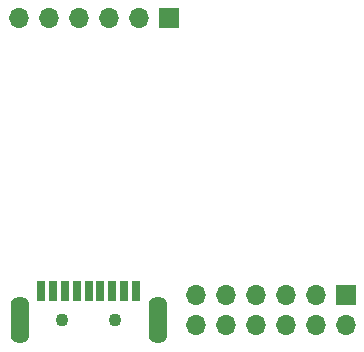
<source format=gts>
G04 #@! TF.GenerationSoftware,KiCad,Pcbnew,(6.0.4)*
G04 #@! TF.CreationDate,2022-03-24T17:43:08+01:00*
G04 #@! TF.ProjectId,MT32pi-MiSTer,4d543332-7069-42d4-9d69-535465722e6b,rev?*
G04 #@! TF.SameCoordinates,Original*
G04 #@! TF.FileFunction,Soldermask,Top*
G04 #@! TF.FilePolarity,Negative*
%FSLAX46Y46*%
G04 Gerber Fmt 4.6, Leading zero omitted, Abs format (unit mm)*
G04 Created by KiCad (PCBNEW (6.0.4)) date 2022-03-24 17:43:08*
%MOMM*%
%LPD*%
G01*
G04 APERTURE LIST*
%ADD10C,1.100000*%
%ADD11R,0.700000X1.800000*%
%ADD12O,1.600000X4.000000*%
%ADD13R,1.700000X1.700000*%
%ADD14O,1.700000X1.700000*%
G04 APERTURE END LIST*
D10*
X157000000Y-109850000D03*
X152500000Y-109850000D03*
D11*
X157750000Y-107400000D03*
X155750000Y-107400000D03*
X153750000Y-107400000D03*
X151750000Y-107400000D03*
X150750000Y-107400000D03*
X152750000Y-107400000D03*
X154750000Y-107400000D03*
X156750000Y-107400000D03*
X158750000Y-107400000D03*
D12*
X160600000Y-109850000D03*
X148900000Y-109850000D03*
D13*
X176530000Y-107696000D03*
D14*
X176530000Y-110236000D03*
X173990000Y-107696000D03*
X173990000Y-110236000D03*
X171450000Y-107696000D03*
X171450000Y-110236000D03*
X168910000Y-107696000D03*
X168910000Y-110236000D03*
X166370000Y-107696000D03*
X166370000Y-110236000D03*
X163830000Y-107696000D03*
X163830000Y-110236000D03*
D13*
X161530000Y-84280000D03*
D14*
X158990000Y-84280000D03*
X156450000Y-84280000D03*
X153910000Y-84280000D03*
X151370000Y-84280000D03*
X148830000Y-84280000D03*
M02*

</source>
